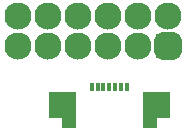
<source format=gbr>
%TF.GenerationSoftware,KiCad,Pcbnew,8.0.4*%
%TF.CreationDate,2024-08-31T12:15:00-06:00*%
%TF.ProjectId,MultiOut,4d756c74-694f-4757-942e-6b696361645f,1*%
%TF.SameCoordinates,Original*%
%TF.FileFunction,Soldermask,Top*%
%TF.FilePolarity,Negative*%
%FSLAX46Y46*%
G04 Gerber Fmt 4.6, Leading zero omitted, Abs format (unit mm)*
G04 Created by KiCad (PCBNEW 8.0.4) date 2024-08-31 12:15:00*
%MOMM*%
%LPD*%
G01*
G04 APERTURE LIST*
G04 Aperture macros list*
%AMRoundRect*
0 Rectangle with rounded corners*
0 $1 Rounding radius*
0 $2 $3 $4 $5 $6 $7 $8 $9 X,Y pos of 4 corners*
0 Add a 4 corners polygon primitive as box body*
4,1,4,$2,$3,$4,$5,$6,$7,$8,$9,$2,$3,0*
0 Add four circle primitives for the rounded corners*
1,1,$1+$1,$2,$3*
1,1,$1+$1,$4,$5*
1,1,$1+$1,$6,$7*
1,1,$1+$1,$8,$9*
0 Add four rect primitives between the rounded corners*
20,1,$1+$1,$2,$3,$4,$5,0*
20,1,$1+$1,$4,$5,$6,$7,0*
20,1,$1+$1,$6,$7,$8,$9,0*
20,1,$1+$1,$8,$9,$2,$3,0*%
G04 Aperture macros list end*
%ADD10C,0.000000*%
%ADD11RoundRect,0.600000X-0.550000X-0.550000X0.550000X-0.550000X0.550000X0.550000X-0.550000X0.550000X0*%
%ADD12C,2.300000*%
%ADD13R,0.300000X0.800000*%
%ADD14R,1.300000X3.049999*%
G04 APERTURE END LIST*
D10*
%TO.C,J1*%
G36*
X137950000Y-90200000D02*
G01*
X136850000Y-90200000D01*
X136850000Y-88000000D01*
X137950000Y-88000000D01*
X137950000Y-90200000D01*
G37*
G36*
X147150000Y-90200000D02*
G01*
X146050000Y-90200000D01*
X146050000Y-88000000D01*
X147150000Y-88000000D01*
X147150000Y-90200000D01*
G37*
%TD*%
D11*
%TO.C,J2*%
X146965000Y-84125000D03*
D12*
X146965000Y-81585000D03*
X144425000Y-84125000D03*
X144425000Y-81585000D03*
X141885000Y-84125000D03*
X141885000Y-81585000D03*
X139345000Y-84125000D03*
X139345000Y-81585000D03*
X136805000Y-84125000D03*
X136805000Y-81585000D03*
X134265000Y-84125000D03*
X134265000Y-81585000D03*
%TD*%
D13*
%TO.C,J1*%
X140500003Y-87600000D03*
X141000002Y-87600000D03*
X141500004Y-87600000D03*
X142000003Y-87600000D03*
X142500004Y-87600000D03*
X143000003Y-87600000D03*
X143500002Y-87600000D03*
D14*
X138600003Y-89525000D03*
X145399997Y-89525000D03*
%TD*%
M02*

</source>
